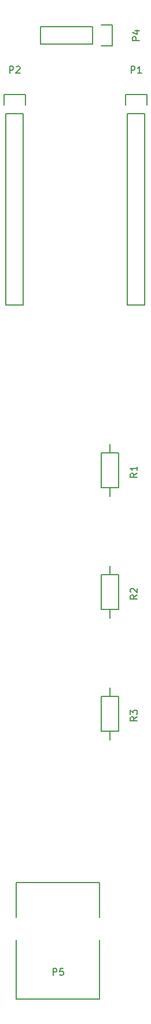
<source format=gbr>
G04 #@! TF.FileFunction,Legend,Top*
%FSLAX46Y46*%
G04 Gerber Fmt 4.6, Leading zero omitted, Abs format (unit mm)*
G04 Created by KiCad (PCBNEW 4.0.4-stable) date 12/08/16 18:08:25*
%MOMM*%
%LPD*%
G01*
G04 APERTURE LIST*
%ADD10C,0.100000*%
%ADD11C,0.150000*%
G04 APERTURE END LIST*
D10*
D11*
X120650000Y-60960000D02*
X120650000Y-88900000D01*
X120650000Y-88900000D02*
X118110000Y-88900000D01*
X118110000Y-88900000D02*
X118110000Y-60960000D01*
X120930000Y-58140000D02*
X120930000Y-59690000D01*
X120650000Y-60960000D02*
X118110000Y-60960000D01*
X117830000Y-59690000D02*
X117830000Y-58140000D01*
X117830000Y-58140000D02*
X120930000Y-58140000D01*
X102870000Y-60960000D02*
X102870000Y-88900000D01*
X102870000Y-88900000D02*
X100330000Y-88900000D01*
X100330000Y-88900000D02*
X100330000Y-60960000D01*
X103150000Y-58140000D02*
X103150000Y-59690000D01*
X102870000Y-60960000D02*
X100330000Y-60960000D01*
X100050000Y-59690000D02*
X100050000Y-58140000D01*
X100050000Y-58140000D02*
X103150000Y-58140000D01*
X113030000Y-48260000D02*
X105410000Y-48260000D01*
X113030000Y-50800000D02*
X105410000Y-50800000D01*
X115850000Y-51080000D02*
X114300000Y-51080000D01*
X105410000Y-48260000D02*
X105410000Y-50800000D01*
X113030000Y-50800000D02*
X113030000Y-48260000D01*
X114300000Y-47980000D02*
X115850000Y-47980000D01*
X115850000Y-47980000D02*
X115850000Y-51080000D01*
X116840000Y-110490000D02*
X116840000Y-115570000D01*
X116840000Y-115570000D02*
X114300000Y-115570000D01*
X114300000Y-115570000D02*
X114300000Y-110490000D01*
X114300000Y-110490000D02*
X116840000Y-110490000D01*
X115570000Y-110490000D02*
X115570000Y-109220000D01*
X115570000Y-115570000D02*
X115570000Y-116840000D01*
X116840000Y-128270000D02*
X116840000Y-133350000D01*
X116840000Y-133350000D02*
X114300000Y-133350000D01*
X114300000Y-133350000D02*
X114300000Y-128270000D01*
X114300000Y-128270000D02*
X116840000Y-128270000D01*
X115570000Y-128270000D02*
X115570000Y-127000000D01*
X115570000Y-133350000D02*
X115570000Y-134620000D01*
X116840000Y-146050000D02*
X116840000Y-151130000D01*
X116840000Y-151130000D02*
X114300000Y-151130000D01*
X114300000Y-151130000D02*
X114300000Y-146050000D01*
X114300000Y-146050000D02*
X116840000Y-146050000D01*
X115570000Y-146050000D02*
X115570000Y-144780000D01*
X115570000Y-151130000D02*
X115570000Y-152400000D01*
X101854000Y-181610000D02*
X101854000Y-190246000D01*
X101854000Y-173228000D02*
X101854000Y-178308000D01*
X114046000Y-181610000D02*
X114046000Y-190246000D01*
X114046000Y-173228000D02*
X114046000Y-178308000D01*
X114046000Y-190246000D02*
X101854000Y-190246000D01*
X101854000Y-173228000D02*
X114046000Y-173228000D01*
X118641905Y-55042381D02*
X118641905Y-54042381D01*
X119022858Y-54042381D01*
X119118096Y-54090000D01*
X119165715Y-54137619D01*
X119213334Y-54232857D01*
X119213334Y-54375714D01*
X119165715Y-54470952D01*
X119118096Y-54518571D01*
X119022858Y-54566190D01*
X118641905Y-54566190D01*
X120165715Y-55042381D02*
X119594286Y-55042381D01*
X119880000Y-55042381D02*
X119880000Y-54042381D01*
X119784762Y-54185238D01*
X119689524Y-54280476D01*
X119594286Y-54328095D01*
X100861905Y-55042381D02*
X100861905Y-54042381D01*
X101242858Y-54042381D01*
X101338096Y-54090000D01*
X101385715Y-54137619D01*
X101433334Y-54232857D01*
X101433334Y-54375714D01*
X101385715Y-54470952D01*
X101338096Y-54518571D01*
X101242858Y-54566190D01*
X100861905Y-54566190D01*
X101814286Y-54137619D02*
X101861905Y-54090000D01*
X101957143Y-54042381D01*
X102195239Y-54042381D01*
X102290477Y-54090000D01*
X102338096Y-54137619D01*
X102385715Y-54232857D01*
X102385715Y-54328095D01*
X102338096Y-54470952D01*
X101766667Y-55042381D01*
X102385715Y-55042381D01*
X119852381Y-50268095D02*
X118852381Y-50268095D01*
X118852381Y-49887142D01*
X118900000Y-49791904D01*
X118947619Y-49744285D01*
X119042857Y-49696666D01*
X119185714Y-49696666D01*
X119280952Y-49744285D01*
X119328571Y-49791904D01*
X119376190Y-49887142D01*
X119376190Y-50268095D01*
X119185714Y-48839523D02*
X119852381Y-48839523D01*
X118804762Y-49077619D02*
X119519048Y-49315714D01*
X119519048Y-48696666D01*
X119522501Y-113445586D02*
X119046310Y-113778920D01*
X119522501Y-114017015D02*
X118522501Y-114017015D01*
X118522501Y-113636062D01*
X118570120Y-113540824D01*
X118617739Y-113493205D01*
X118712977Y-113445586D01*
X118855834Y-113445586D01*
X118951072Y-113493205D01*
X118998691Y-113540824D01*
X119046310Y-113636062D01*
X119046310Y-114017015D01*
X119522501Y-112493205D02*
X119522501Y-113064634D01*
X119522501Y-112778920D02*
X118522501Y-112778920D01*
X118665358Y-112874158D01*
X118760596Y-112969396D01*
X118808215Y-113064634D01*
X119522501Y-131225586D02*
X119046310Y-131558920D01*
X119522501Y-131797015D02*
X118522501Y-131797015D01*
X118522501Y-131416062D01*
X118570120Y-131320824D01*
X118617739Y-131273205D01*
X118712977Y-131225586D01*
X118855834Y-131225586D01*
X118951072Y-131273205D01*
X118998691Y-131320824D01*
X119046310Y-131416062D01*
X119046310Y-131797015D01*
X118617739Y-130844634D02*
X118570120Y-130797015D01*
X118522501Y-130701777D01*
X118522501Y-130463681D01*
X118570120Y-130368443D01*
X118617739Y-130320824D01*
X118712977Y-130273205D01*
X118808215Y-130273205D01*
X118951072Y-130320824D01*
X119522501Y-130892253D01*
X119522501Y-130273205D01*
X119522501Y-149005586D02*
X119046310Y-149338920D01*
X119522501Y-149577015D02*
X118522501Y-149577015D01*
X118522501Y-149196062D01*
X118570120Y-149100824D01*
X118617739Y-149053205D01*
X118712977Y-149005586D01*
X118855834Y-149005586D01*
X118951072Y-149053205D01*
X118998691Y-149100824D01*
X119046310Y-149196062D01*
X119046310Y-149577015D01*
X118522501Y-148672253D02*
X118522501Y-148053205D01*
X118903453Y-148386539D01*
X118903453Y-148243681D01*
X118951072Y-148148443D01*
X118998691Y-148100824D01*
X119093930Y-148053205D01*
X119332025Y-148053205D01*
X119427263Y-148100824D01*
X119474882Y-148148443D01*
X119522501Y-148243681D01*
X119522501Y-148529396D01*
X119474882Y-148624634D01*
X119427263Y-148672253D01*
X107211905Y-186761381D02*
X107211905Y-185761381D01*
X107592858Y-185761381D01*
X107688096Y-185809000D01*
X107735715Y-185856619D01*
X107783334Y-185951857D01*
X107783334Y-186094714D01*
X107735715Y-186189952D01*
X107688096Y-186237571D01*
X107592858Y-186285190D01*
X107211905Y-186285190D01*
X108688096Y-185761381D02*
X108211905Y-185761381D01*
X108164286Y-186237571D01*
X108211905Y-186189952D01*
X108307143Y-186142333D01*
X108545239Y-186142333D01*
X108640477Y-186189952D01*
X108688096Y-186237571D01*
X108735715Y-186332810D01*
X108735715Y-186570905D01*
X108688096Y-186666143D01*
X108640477Y-186713762D01*
X108545239Y-186761381D01*
X108307143Y-186761381D01*
X108211905Y-186713762D01*
X108164286Y-186666143D01*
M02*

</source>
